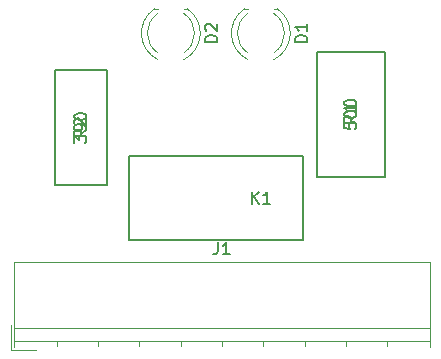
<source format=gto>
G04 #@! TF.GenerationSoftware,KiCad,Pcbnew,(2017-12-24 revision 570866557)-makepkg*
G04 #@! TF.CreationDate,2018-01-07T21:56:49-05:00*
G04 #@! TF.ProjectId,LatchRelay,4C6174636852656C61792E6B69636164,rev?*
G04 #@! TF.SameCoordinates,Original*
G04 #@! TF.FileFunction,Legend,Top*
G04 #@! TF.FilePolarity,Positive*
%FSLAX46Y46*%
G04 Gerber Fmt 4.6, Leading zero omitted, Abs format (unit mm)*
G04 Created by KiCad (PCBNEW (2017-12-24 revision 570866557)-makepkg) date Sun Jan  7 21:56:49 2018*
%MOMM*%
%LPD*%
G01*
G04 APERTURE LIST*
%ADD10C,0.152400*%
%ADD11C,0.120000*%
%ADD12C,0.150000*%
G04 APERTURE END LIST*
D10*
X150761700Y-68884800D02*
X150761700Y-79451200D01*
X150761700Y-79451200D02*
X156578300Y-79451200D01*
X156578300Y-79451200D02*
X156578300Y-68884800D01*
X156578300Y-68884800D02*
X150761700Y-68884800D01*
X128574800Y-70434200D02*
X128574800Y-80187800D01*
X128574800Y-80187800D02*
X133045200Y-80187800D01*
X133045200Y-80187800D02*
X133045200Y-70434200D01*
X133045200Y-70434200D02*
X128574800Y-70434200D01*
D11*
X125150000Y-92270000D02*
X160350000Y-92270000D01*
X125150000Y-93370000D02*
X160350000Y-93370000D01*
X125150000Y-93870000D02*
X125150000Y-86670000D01*
X125150000Y-86670000D02*
X160350000Y-86670000D01*
X160350000Y-86670000D02*
X160350000Y-93870000D01*
X128750000Y-93370000D02*
X128750000Y-93770000D01*
X132250000Y-93370000D02*
X132250000Y-93770000D01*
X135750000Y-93370000D02*
X135750000Y-93770000D01*
X139250000Y-93370000D02*
X139250000Y-93770000D01*
X142750000Y-93370000D02*
X142750000Y-93770000D01*
X146250000Y-93370000D02*
X146250000Y-93770000D01*
X149750000Y-93370000D02*
X149750000Y-93770000D01*
X153250000Y-93370000D02*
X153250000Y-93770000D01*
X156750000Y-93370000D02*
X156750000Y-93770000D01*
X124910000Y-92020000D02*
X124910000Y-94110000D01*
X124910000Y-94110000D02*
X127000000Y-94110000D01*
D12*
X134874000Y-77724000D02*
X134874000Y-84836000D01*
X149606000Y-77724000D02*
X134874000Y-77724000D01*
X149606000Y-84836000D02*
X149606000Y-77724000D01*
X134874000Y-84836000D02*
X149606000Y-84836000D01*
D11*
X137350000Y-65250000D02*
X137031000Y-65250000D01*
X139829000Y-65250000D02*
X139510000Y-65250000D01*
X137349039Y-68992713D02*
G75*
G02X137350000Y-65626670I1080961J1682713D01*
G01*
X139510961Y-68992713D02*
G75*
G03X139510000Y-65626670I-1080961J1682713D01*
G01*
X137349276Y-69553242D02*
G75*
G02X137031251Y-65250000I1080724J2243242D01*
G01*
X139510724Y-69553242D02*
G75*
G03X139828749Y-65250000I-1080724J2243242D01*
G01*
X147130724Y-69553242D02*
G75*
G03X147448749Y-65250000I-1080724J2243242D01*
G01*
X144969276Y-69553242D02*
G75*
G02X144651251Y-65250000I1080724J2243242D01*
G01*
X147130961Y-68992713D02*
G75*
G03X147130000Y-65626670I-1080961J1682713D01*
G01*
X144969039Y-68992713D02*
G75*
G02X144970000Y-65626670I1080961J1682713D01*
G01*
X147449000Y-65250000D02*
X147130000Y-65250000D01*
X144970000Y-65250000D02*
X144651000Y-65250000D01*
D12*
X154122380Y-74334666D02*
X153646190Y-74668000D01*
X154122380Y-74906095D02*
X153122380Y-74906095D01*
X153122380Y-74525142D01*
X153170000Y-74429904D01*
X153217619Y-74382285D01*
X153312857Y-74334666D01*
X153455714Y-74334666D01*
X153550952Y-74382285D01*
X153598571Y-74429904D01*
X153646190Y-74525142D01*
X153646190Y-74906095D01*
X154122380Y-73382285D02*
X154122380Y-73953714D01*
X154122380Y-73668000D02*
X153122380Y-73668000D01*
X153265238Y-73763238D01*
X153360476Y-73858476D01*
X153408095Y-73953714D01*
X153122380Y-74882285D02*
X153122380Y-75358476D01*
X153598571Y-75406095D01*
X153550952Y-75358476D01*
X153503333Y-75263238D01*
X153503333Y-75025142D01*
X153550952Y-74929904D01*
X153598571Y-74882285D01*
X153693809Y-74834666D01*
X153931904Y-74834666D01*
X154027142Y-74882285D01*
X154074761Y-74929904D01*
X154122380Y-75025142D01*
X154122380Y-75263238D01*
X154074761Y-75358476D01*
X154027142Y-75406095D01*
X153122380Y-74215619D02*
X153122380Y-74120380D01*
X153170000Y-74025142D01*
X153217619Y-73977523D01*
X153312857Y-73929904D01*
X153503333Y-73882285D01*
X153741428Y-73882285D01*
X153931904Y-73929904D01*
X154027142Y-73977523D01*
X154074761Y-74025142D01*
X154122380Y-74120380D01*
X154122380Y-74215619D01*
X154074761Y-74310857D01*
X154027142Y-74358476D01*
X153931904Y-74406095D01*
X153741428Y-74453714D01*
X153503333Y-74453714D01*
X153312857Y-74406095D01*
X153217619Y-74358476D01*
X153170000Y-74310857D01*
X153122380Y-74215619D01*
X153122380Y-73263238D02*
X153122380Y-73168000D01*
X153170000Y-73072761D01*
X153217619Y-73025142D01*
X153312857Y-72977523D01*
X153503333Y-72929904D01*
X153741428Y-72929904D01*
X153931904Y-72977523D01*
X154027142Y-73025142D01*
X154074761Y-73072761D01*
X154122380Y-73168000D01*
X154122380Y-73263238D01*
X154074761Y-73358476D01*
X154027142Y-73406095D01*
X153931904Y-73453714D01*
X153741428Y-73501333D01*
X153503333Y-73501333D01*
X153312857Y-73453714D01*
X153217619Y-73406095D01*
X153170000Y-73358476D01*
X153122380Y-73263238D01*
X131262380Y-75477666D02*
X130786190Y-75811000D01*
X131262380Y-76049095D02*
X130262380Y-76049095D01*
X130262380Y-75668142D01*
X130310000Y-75572904D01*
X130357619Y-75525285D01*
X130452857Y-75477666D01*
X130595714Y-75477666D01*
X130690952Y-75525285D01*
X130738571Y-75572904D01*
X130786190Y-75668142D01*
X130786190Y-76049095D01*
X130357619Y-75096714D02*
X130310000Y-75049095D01*
X130262380Y-74953857D01*
X130262380Y-74715761D01*
X130310000Y-74620523D01*
X130357619Y-74572904D01*
X130452857Y-74525285D01*
X130548095Y-74525285D01*
X130690952Y-74572904D01*
X131262380Y-75144333D01*
X131262380Y-74525285D01*
X130262380Y-76596714D02*
X130262380Y-75977666D01*
X130643333Y-76311000D01*
X130643333Y-76168142D01*
X130690952Y-76072904D01*
X130738571Y-76025285D01*
X130833809Y-75977666D01*
X131071904Y-75977666D01*
X131167142Y-76025285D01*
X131214761Y-76072904D01*
X131262380Y-76168142D01*
X131262380Y-76453857D01*
X131214761Y-76549095D01*
X131167142Y-76596714D01*
X131262380Y-75501476D02*
X131262380Y-75311000D01*
X131214761Y-75215761D01*
X131167142Y-75168142D01*
X131024285Y-75072904D01*
X130833809Y-75025285D01*
X130452857Y-75025285D01*
X130357619Y-75072904D01*
X130310000Y-75120523D01*
X130262380Y-75215761D01*
X130262380Y-75406238D01*
X130310000Y-75501476D01*
X130357619Y-75549095D01*
X130452857Y-75596714D01*
X130690952Y-75596714D01*
X130786190Y-75549095D01*
X130833809Y-75501476D01*
X130881428Y-75406238D01*
X130881428Y-75215761D01*
X130833809Y-75120523D01*
X130786190Y-75072904D01*
X130690952Y-75025285D01*
X130262380Y-74406238D02*
X130262380Y-74311000D01*
X130310000Y-74215761D01*
X130357619Y-74168142D01*
X130452857Y-74120523D01*
X130643333Y-74072904D01*
X130881428Y-74072904D01*
X131071904Y-74120523D01*
X131167142Y-74168142D01*
X131214761Y-74215761D01*
X131262380Y-74311000D01*
X131262380Y-74406238D01*
X131214761Y-74501476D01*
X131167142Y-74549095D01*
X131071904Y-74596714D01*
X130881428Y-74644333D01*
X130643333Y-74644333D01*
X130452857Y-74596714D01*
X130357619Y-74549095D01*
X130310000Y-74501476D01*
X130262380Y-74406238D01*
X142416666Y-85022380D02*
X142416666Y-85736666D01*
X142369047Y-85879523D01*
X142273809Y-85974761D01*
X142130952Y-86022380D01*
X142035714Y-86022380D01*
X143416666Y-86022380D02*
X142845238Y-86022380D01*
X143130952Y-86022380D02*
X143130952Y-85022380D01*
X143035714Y-85165238D01*
X142940476Y-85260476D01*
X142845238Y-85308095D01*
X145311904Y-81732380D02*
X145311904Y-80732380D01*
X145883333Y-81732380D02*
X145454761Y-81160952D01*
X145883333Y-80732380D02*
X145311904Y-81303809D01*
X146835714Y-81732380D02*
X146264285Y-81732380D01*
X146550000Y-81732380D02*
X146550000Y-80732380D01*
X146454761Y-80875238D01*
X146359523Y-80970476D01*
X146264285Y-81018095D01*
X142342380Y-68048095D02*
X141342380Y-68048095D01*
X141342380Y-67810000D01*
X141390000Y-67667142D01*
X141485238Y-67571904D01*
X141580476Y-67524285D01*
X141770952Y-67476666D01*
X141913809Y-67476666D01*
X142104285Y-67524285D01*
X142199523Y-67571904D01*
X142294761Y-67667142D01*
X142342380Y-67810000D01*
X142342380Y-68048095D01*
X141437619Y-67095714D02*
X141390000Y-67048095D01*
X141342380Y-66952857D01*
X141342380Y-66714761D01*
X141390000Y-66619523D01*
X141437619Y-66571904D01*
X141532857Y-66524285D01*
X141628095Y-66524285D01*
X141770952Y-66571904D01*
X142342380Y-67143333D01*
X142342380Y-66524285D01*
X149962380Y-68048095D02*
X148962380Y-68048095D01*
X148962380Y-67810000D01*
X149010000Y-67667142D01*
X149105238Y-67571904D01*
X149200476Y-67524285D01*
X149390952Y-67476666D01*
X149533809Y-67476666D01*
X149724285Y-67524285D01*
X149819523Y-67571904D01*
X149914761Y-67667142D01*
X149962380Y-67810000D01*
X149962380Y-68048095D01*
X149962380Y-66524285D02*
X149962380Y-67095714D01*
X149962380Y-66810000D02*
X148962380Y-66810000D01*
X149105238Y-66905238D01*
X149200476Y-67000476D01*
X149248095Y-67095714D01*
M02*

</source>
